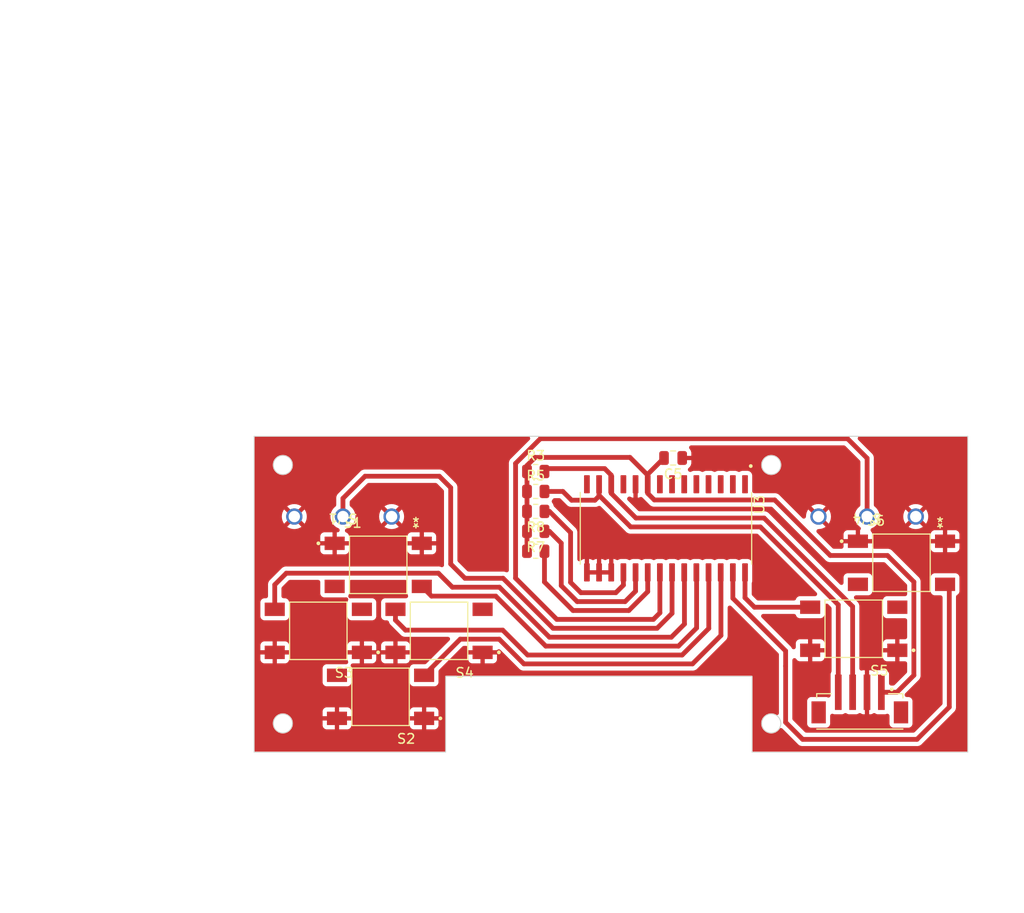
<source format=kicad_pcb>
(kicad_pcb (version 20221018) (generator pcbnew)
  (layers (0 "F.Cu" signal) (31 "B.Cu" signal) (34 "B.Paste" user) (35 "F.Paste" user) (36 "B.SilkS" user "B.Silkscreen") (37 "F.SilkS" user "F.Silkscreen") (38 "B.Mask" user) (39 "F.Mask" user) (44 "Edge.Cuts" user))
  (net 0 "")
  (net 1 "GND")
  (net 2 "VCC")
  (net 3 "/SCK_mcp")
  (net 4 "/SDA_mcp")
  (net 5 "Net-(J4-SHIELD-PadS1)")
  (net 6 "/up")
  (net 7 "/down")
  (net 10 "/left")
  (net 11 "/right")
  (net 12 "/A")
  (net 13 "/B")
  (net 14 "/RL")
  (net 15 "/RR")
  (net 24 "Net-(U3-INTA)")
  (net 25 "Net-(U3-INTB)")
  (net 26 "Net-(U3-~{RESET})")
  (footprint "esp_lib:switch_6" (layer "F.Cu") (at 46.7025 84.328 180)
    (fp_text reference "S3" (at -2.675 -4.385) (layer "F.SilkS"))
    (fp_text value "left")
    (fp_line (start -3 -3) (end -3 3) (stroke (width 0.127)) (layer "F.SilkS"))
    (fp_line (start -3 3) (end 3 3) (stroke (width 0.127)) (layer "F.SilkS"))
    (fp_line (start 3 -3) (end -3 -3) (stroke (width 0.127)) (layer "F.SilkS"))
    (fp_line (start 3 3) (end 3 -3) (stroke (width 0.127)) (layer "F.SilkS"))
    (fp_circle (center -6.25 -2.25) (end -6.15 -2.25) (stroke (width 0.2)) (fill none) (layer "F.SilkS"))
    (pad "1" smd rect (at -4.55 -2.25 180) (size 2.1 1.4) (layers "F.Cu" "F.Paste" "F.Mask") (net 1 "GND"))
    (pad "2" smd rect (at -4.55 2.25 180) (size 2.1 1.4) (layers "F.Cu" "F.Paste" "F.Mask"))
    (pad "3" smd rect (at 4.55 -2.25 180) (size 2.1 1.4) (layers "F.Cu" "F.Paste" "F.Mask") (net 1 "GND"))
    (pad "4" smd rect (at 4.55 2.25 180) (size 2.1 1.4) (layers "F.Cu" "F.Paste" "F.Mask") (net 10 "/left"))
  )
  (footprint "Capacitor_SMD:C_0805_2012Metric" (layer "F.Cu") (at 83.754 66.2686 180)
    (fp_text reference "C5" (at 0 -1.68) (layer "F.SilkS"))
    (fp_text value "C")
    (fp_line (start -0.261252 -0.735) (end 0.261252 -0.735) (stroke (width 0.12)) (layer "F.SilkS"))
    (fp_line (start -0.261252 0.735) (end 0.261252 0.735) (stroke (width 0.12)) (layer "F.SilkS"))
    (pad "1" smd roundrect (at -0.95 0 180) (size 1 1.45) (layers "F.Cu" "F.Paste" "F.Mask") (net 1 "GND"))
    (pad "2" smd roundrect (at 0.95 0 180) (size 1 1.45) (layers "F.Cu" "F.Paste" "F.Mask") (net 2 "VCC"))
  )
  (footprint "Resistor_SMD:R_0805_2012Metric" (layer "F.Cu") (at 69.4074 69.7636)
    (fp_text reference "R5" (at 0 -1.65) (layer "F.SilkS"))
    (fp_text value "R")
    (fp_line (start -0.227064 -0.735) (end 0.227064 -0.735) (stroke (width 0.12)) (layer "F.SilkS"))
    (fp_line (start -0.227064 0.735) (end 0.227064 0.735) (stroke (width 0.12)) (layer "F.SilkS"))
    (pad "1" smd roundrect (at -0.9125 0) (size 1.025 1.4) (layers "F.Cu" "F.Paste" "F.Mask") (roundrect_rratio 0.243902) (net 2 "VCC"))
    (pad "2" smd roundrect (at 0.9125 0) (size 1.025 1.4) (layers "F.Cu" "F.Paste" "F.Mask") (roundrect_rratio 0.243902) (net 4 "/SDA_mcp"))
  )
  (footprint "esp_lib:D2FS-FL-N-A_OMR" (layer "F.Cu") (at 54.356 72.39 180)
    (fp_text reference "SW1" (at 5.08 -0.199898 180 unlocked) (layer "F.SilkS"))
    (fp_text value "D2FS-FL-N-A")
    (fp_text user "*" (at -2.54 -0.635 180) (layer "F.SilkS"))
    (fp_text user "*" (at -2.54 -0.635 180 unlocked) (layer "F.SilkS"))
    (pad "1" thru_hole circle (at 0 0 180) (size 1.7018 1.7018) (drill 1.1938) (layers "*.Cu" "*.Mask") (net 1 "GND"))
    (pad "2" thru_hole circle (at 5.08 0 180) (size 1.7018 1.7018) (drill 1.1938) (layers "*.Cu" "*.Mask") (net 14 "/RL"))
    (pad "3" thru_hole circle (at 10.16 0 180) (size 1.7018 1.7018) (drill 1.1938) (layers "*.Cu" "*.Mask") (net 1 "GND"))
  )
  (footprint "esp_lib:switch_6" (layer "F.Cu") (at 53.2015 91.222 180)
    (fp_text reference "S2" (at -2.675 -4.385) (layer "F.SilkS"))
    (fp_text value "down")
    (fp_line (start -3 -3) (end -3 3) (stroke (width 0.127)) (layer "F.SilkS"))
    (fp_line (start -3 3) (end 3 3) (stroke (width 0.127)) (layer "F.SilkS"))
    (fp_line (start 3 -3) (end -3 -3) (stroke (width 0.127)) (layer "F.SilkS"))
    (fp_line (start 3 3) (end 3 -3) (stroke (width 0.127)) (layer "F.SilkS"))
    (fp_circle (center -6.25 -2.25) (end -6.15 -2.25) (stroke (width 0.2)) (fill none) (layer "F.SilkS"))
    (pad "1" smd rect (at -4.55 -2.25 180) (size 2.1 1.4) (layers "F.Cu" "F.Paste" "F.Mask") (net 1 "GND"))
    (pad "2" smd rect (at -4.55 2.25 180) (size 2.1 1.4) (layers "F.Cu" "F.Paste" "F.Mask") (net 7 "/down"))
    (pad "3" smd rect (at 4.55 -2.25 180) (size 2.1 1.4) (layers "F.Cu" "F.Paste" "F.Mask") (net 1 "GND"))
    (pad "4" smd rect (at 4.55 2.25 180) (size 2.1 1.4) (layers "F.Cu" "F.Paste" "F.Mask"))
  )
  (footprint "Resistor_SMD:R_0805_2012Metric" (layer "F.Cu") (at 69.4074 73.9292 180)
    (fp_text reference "R7" (at 0 -1.65) (layer "F.SilkS"))
    (fp_text value "R")
    (fp_line (start -0.227064 -0.735) (end 0.227064 -0.735) (stroke (width 0.12)) (layer "F.SilkS"))
    (fp_line (start -0.227064 0.735) (end 0.227064 0.735) (stroke (width 0.12)) (layer "F.SilkS"))
    (pad "1" smd roundrect (at -0.9125 0 180) (size 1.025 1.4) (layers "F.Cu" "F.Paste" "F.Mask") (roundrect_rratio 0.243902) (net 25 "Net-(U3-INTB)"))
    (pad "2" smd roundrect (at 0.9125 0 180) (size 1.025 1.4) (layers "F.Cu" "F.Paste" "F.Mask") (roundrect_rratio 0.243902) (net 2 "VCC"))
  )
  (footprint "esp_lib:switch_6" (layer "F.Cu") (at 59.309 84.328 180)
    (fp_text reference "S4" (at -2.675 -4.385) (layer "F.SilkS"))
    (fp_text value "right" hide)
    (fp_line (start -3 -3) (end -3 3) (stroke (width 0.127)) (layer "F.SilkS"))
    (fp_line (start -3 3) (end 3 3) (stroke (width 0.127)) (layer "F.SilkS"))
    (fp_line (start 3 -3) (end -3 -3) (stroke (width 0.127)) (layer "F.SilkS"))
    (fp_line (start 3 3) (end 3 -3) (stroke (width 0.127)) (layer "F.SilkS"))
    (fp_circle (center -6.25 -2.25) (end -6.15 -2.25) (stroke (width 0.2)) (fill none) (layer "F.SilkS"))
    (pad "1" smd rect (at -4.55 -2.25 180) (size 2.1 1.4) (layers "F.Cu" "F.Paste" "F.Mask") (net 1 "GND"))
    (pad "2" smd rect (at -4.55 2.25 180) (size 2.1 1.4) (layers "F.Cu" "F.Paste" "F.Mask"))
    (pad "3" smd rect (at 4.55 -2.25 180) (size 2.1 1.4) (layers "F.Cu" "F.Paste" "F.Mask") (net 1 "GND"))
    (pad "4" smd rect (at 4.55 2.25 180) (size 2.1 1.4) (layers "F.Cu" "F.Paste" "F.Mask") (net 11 "/right"))
  )
  (footprint "esp_lib:switch_6" (layer "F.Cu") (at 102.616 84.11 180)
    (fp_text reference "S5" (at -2.675 -4.385) (layer "F.SilkS"))
    (fp_text value "A" hide)
    (fp_line (start -3 -3) (end -3 3) (stroke (width 0.127)) (layer "F.SilkS"))
    (fp_line (start -3 3) (end 3 3) (stroke (width 0.127)) (layer "F.SilkS"))
    (fp_line (start 3 -3) (end -3 -3) (stroke (width 0.127)) (layer "F.SilkS"))
    (fp_line (start 3 3) (end 3 -3) (stroke (width 0.127)) (layer "F.SilkS"))
    (fp_circle (center -6.25 -2.25) (end -6.15 -2.25) (stroke (width 0.2)) (fill none) (layer "F.SilkS"))
    (pad "1" smd rect (at -4.55 -2.25 180) (size 2.1 1.4) (layers "F.Cu" "F.Paste" "F.Mask") (net 1 "GND"))
    (pad "2" smd rect (at -4.55 2.25 180) (size 2.1 1.4) (layers "F.Cu" "F.Paste" "F.Mask"))
    (pad "3" smd rect (at 4.55 -2.25 180) (size 2.1 1.4) (layers "F.Cu" "F.Paste" "F.Mask") (net 1 "GND"))
    (pad "4" smd rect (at 4.55 2.25 180) (size 2.1 1.4) (layers "F.Cu" "F.Paste" "F.Mask") (net 12 "/A"))
  )
  (footprint "esp_lib:switch_6" (layer "F.Cu") (at 107.6025 77.216)
    (fp_text reference "S6" (at -2.675 -4.385) (layer "F.SilkS"))
    (fp_text value "B")
    (fp_line (start -3 -3) (end -3 3) (stroke (width 0.127)) (layer "F.SilkS"))
    (fp_line (start -3 3) (end 3 3) (stroke (width 0.127)) (layer "F.SilkS"))
    (fp_line (start 3 -3) (end -3 -3) (stroke (width 0.127)) (layer "F.SilkS"))
    (fp_line (start 3 3) (end 3 -3) (stroke (width 0.127)) (layer "F.SilkS"))
    (fp_circle (center -6.25 -2.25) (end -6.15 -2.25) (stroke (width 0.2)) (fill none) (layer "F.SilkS"))
    (pad "1" smd rect (at -4.55 -2.25) (size 2.1 1.4) (layers "F.Cu" "F.Paste" "F.Mask") (net 1 "GND"))
    (pad "2" smd rect (at -4.55 2.25) (size 2.1 1.4) (layers "F.Cu" "F.Paste" "F.Mask"))
    (pad "3" smd rect (at 4.55 -2.25) (size 2.1 1.4) (layers "F.Cu" "F.Paste" "F.Mask") (net 1 "GND"))
    (pad "4" smd rect (at 4.55 2.25) (size 2.1 1.4) (layers "F.Cu" "F.Paste" "F.Mask") (net 13 "/B"))
  )
  (footprint "esp_lib:D2FS-FL-N-A_OMR" (layer "F.Cu") (at 109.093 72.39 180)
    (fp_text reference "SW4" (at 5.08 -0.199898 180 unlocked) (layer "F.SilkS"))
    (fp_text value "D2FS-FL-N-A")
    (fp_text user "*" (at -2.54 -0.635 180 unlocked) (layer "F.SilkS"))
    (fp_text user "*" (at -2.54 -0.635 180) (layer "F.SilkS"))
    (pad "1" thru_hole circle (at 0 0 180) (size 1.7018 1.7018) (drill 1.1938) (layers "*.Cu" "*.Mask") (net 1 "GND"))
    (pad "2" thru_hole circle (at 5.08 0 180) (size 1.7018 1.7018) (drill 1.1938) (layers "*.Cu" "*.Mask") (net 15 "/RR"))
    (pad "3" thru_hole circle (at 10.16 0 180) (size 1.7018 1.7018) (drill 1.1938) (layers "*.Cu" "*.Mask") (net 1 "GND"))
  )
  (footprint "Resistor_SMD:R_0805_2012Metric" (layer "F.Cu") (at 69.4074 67.6808)
    (fp_text reference "R3" (at 0 -1.65) (layer "F.SilkS"))
    (fp_text value "R")
    (fp_line (start -0.227064 -0.735) (end 0.227064 -0.735) (stroke (width 0.12)) (layer "F.SilkS"))
    (fp_line (start -0.227064 0.735) (end 0.227064 0.735) (stroke (width 0.12)) (layer "F.SilkS"))
    (pad "1" smd roundrect (at -0.9125 0) (size 1.025 1.4) (layers "F.Cu" "F.Paste" "F.Mask") (roundrect_rratio 0.243902) (net 2 "VCC"))
    (pad "2" smd roundrect (at 0.9125 0) (size 1.025 1.4) (layers "F.Cu" "F.Paste" "F.Mask") (roundrect_rratio 0.243902) (net 3 "/SCK_mcp"))
  )
  (footprint "Resistor_SMD:R_0805_2012Metric" (layer "F.Cu") (at 69.4074 71.8464 180)
    (fp_text reference "R8" (at 0 -1.65) (layer "F.SilkS"))
    (fp_text value "R")
    (fp_line (start -0.227064 -0.735) (end 0.227064 -0.735) (stroke (width 0.12)) (layer "F.SilkS"))
    (fp_line (start -0.227064 0.735) (end 0.227064 0.735) (stroke (width 0.12)) (layer "F.SilkS"))
    (pad "1" smd roundrect (at -0.9125 0 180) (size 1.025 1.4) (layers "F.Cu" "F.Paste" "F.Mask") (roundrect_rratio 0.243902) (net 26 "Net-(U3-~{RESET})"))
    (pad "2" smd roundrect (at 0.9125 0 180) (size 1.025 1.4) (layers "F.Cu" "F.Paste" "F.Mask") (roundrect_rratio 0.243902) (net 2 "VCC"))
  )
  (footprint "esp_lib:switch_6" (layer "F.Cu") (at 52.959 77.434)
    (fp_text reference "S1" (at -2.675 -4.385) (layer "F.SilkS"))
    (fp_text value "up")
    (fp_line (start -3 -3) (end -3 3) (stroke (width 0.127)) (layer "F.SilkS"))
    (fp_line (start -3 3) (end 3 3) (stroke (width 0.127)) (layer "F.SilkS"))
    (fp_line (start 3 -3) (end -3 -3) (stroke (width 0.127)) (layer "F.SilkS"))
    (fp_line (start 3 3) (end 3 -3) (stroke (width 0.127)) (layer "F.SilkS"))
    (fp_circle (center -6.25 -2.25) (end -6.15 -2.25) (stroke (width 0.2)) (fill none) (layer "F.SilkS"))
    (pad "1" smd rect (at -4.55 -2.25) (size 2.1 1.4) (layers "F.Cu" "F.Paste" "F.Mask") (net 1 "GND"))
    (pad "2" smd rect (at -4.55 2.25) (size 2.1 1.4) (layers "F.Cu" "F.Paste" "F.Mask"))
    (pad "3" smd rect (at 4.55 -2.25) (size 2.1 1.4) (layers "F.Cu" "F.Paste" "F.Mask") (net 1 "GND"))
    (pad "4" smd rect (at 4.55 2.25) (size 2.1 1.4) (layers "F.Cu" "F.Paste" "F.Mask") (net 6 "/up"))
  )
  (footprint "esp_lib:MCP23017" (layer "F.Cu") (at 83.0072 73.6168 -90)
    (fp_text reference "U3" (at -2.475 -9.762 90) (layer "F.SilkS"))
    (fp_text value "MCP23017-E_SO")
    (fp_line (start -3.75 -8.95) (end 3.75 -8.95) (stroke (width 0.127)) (layer "F.SilkS"))
    (fp_line (start -3.75 8.95) (end 3.75 8.95) (stroke (width 0.127)) (layer "F.SilkS"))
    (fp_circle (center -6.505 -8.855) (end -6.405 -8.855) (stroke (width 0.2)) (fill none) (layer "F.SilkS"))
    (pad "1" smd roundrect (at -4.605 -8.255 270) (size 1.9 0.6) (layers "F.Cu" "F.Paste" "F.Mask") (roundrect_rratio 0.125))
    (pad "2" smd roundrect (at -4.605 -6.985 270) (size 1.9 0.6) (layers "F.Cu" "F.Paste" "F.Mask") (roundrect_rratio 0.125))
    (pad "3" smd roundrect (at -4.605 -5.715 270) (size 1.9 0.6) (layers "F.Cu" "F.Paste" "F.Mask") (roundrect_rratio 0.125))
    (pad "4" smd roundrect (at -4.605 -4.445 270) (size 1.9 0.6) (layers "F.Cu" "F.Paste" "F.Mask") (roundrect_rratio 0.125))
    (pad "5" smd roundrect (at -4.605 -3.175 270) (size 1.9 0.6) (layers "F.Cu" "F.Paste" "F.Mask") (roundrect_rratio 0.125))
    (pad "6" smd roundrect (at -4.605 -1.905 270) (size 1.9 0.6) (layers "F.Cu" "F.Paste" "F.Mask") (roundrect_rratio 0.125))
    (pad "7" smd roundrect (at -4.605 -0.635 270) (size 1.9 0.6) (layers "F.Cu" "F.Paste" "F.Mask") (roundrect_rratio 0.125))
    (pad "8" smd roundrect (at -4.605 0.635 270) (size 1.9 0.6) (layers "F.Cu" "F.Paste" "F.Mask") (roundrect_rratio 0.125))
    (pad "9" smd roundrect (at -4.605 1.905 270) (size 1.9 0.6) (layers "F.Cu" "F.Paste" "F.Mask") (roundrect_rratio 0.125) (net 2 "VCC"))
    (pad "10" smd roundrect (at -4.605 3.175 270) (size 1.9 0.6) (layers "F.Cu" "F.Paste" "F.Mask") (roundrect_rratio 0.125) (net 1 "GND"))
    (pad "11" smd roundrect (at -4.605 4.445 270) (size 1.9 0.6) (layers "F.Cu" "F.Paste" "F.Mask") (roundrect_rratio 0.125))
    (pad "12" smd roundrect (at -4.605 5.715 270) (size 1.9 0.6) (layers "F.Cu" "F.Paste" "F.Mask") (roundrect_rratio 0.125) (net 3 "/SCK_mcp"))
    (pad "13" smd roundrect (at -4.605 6.985 270) (size 1.9 0.6) (layers "F.Cu" "F.Paste" "F.Mask") (roundrect_rratio 0.125) (net 4 "/SDA_mcp"))
    (pad "14" smd roundrect (at -4.605 8.255 270) (size 1.9 0.6) (layers "F.Cu" "F.Paste" "F.Mask") (roundrect_rratio 0.125))
    (pad "15" smd roundrect (at 4.605 8.255 270) (size 1.9 0.6) (layers "F.Cu" "F.Paste" "F.Mask") (roundrect_rratio 0.125) (net 1 "GND"))
    (pad "16" smd roundrect (at 4.605 6.985 270) (size 1.9 0.6) (layers "F.Cu" "F.Paste" "F.Mask") (roundrect_rratio 0.125) (net 1 "GND"))
    (pad "17" smd roundrect (at 4.605 5.715 270) (size 1.9 0.6) (layers "F.Cu" "F.Paste" "F.Mask") (roundrect_rratio 0.125) (net 1 "GND"))
    (pad "18" smd roundrect (at 4.605 4.445 270) (size 1.9 0.6) (layers "F.Cu" "F.Paste" "F.Mask") (roundrect_rratio 0.125) (net 26 "Net-(U3-~{RESET})"))
    (pad "19" smd roundrect (at 4.605 3.175 270) (size 1.9 0.6) (layers "F.Cu" "F.Paste" "F.Mask") (roundrect_rratio 0.125) (net 25 "Net-(U3-INTB)"))
    (pad "20" smd roundrect (at 4.605 1.905 270) (size 1.9 0.6) (layers "F.Cu" "F.Paste" "F.Mask") (roundrect_rratio 0.125) (net 24 "Net-(U3-INTA)"))
    (pad "21" smd roundrect (at 4.605 0.635 270) (size 1.9 0.6) (layers "F.Cu" "F.Paste" "F.Mask") (roundrect_rratio 0.125) (net 15 "/RR"))
    (pad "22" smd roundrect (at 4.605 -0.635 270) (size 1.9 0.6) (layers "F.Cu" "F.Paste" "F.Mask") (roundrect_rratio 0.125) (net 14 "/RL"))
    (pad "23" smd roundrect (at 4.605 -1.905 270) (size 1.9 0.6) (layers "F.Cu" "F.Paste" "F.Mask") (roundrect_rratio 0.125) (net 10 "/left"))
    (pad "24" smd roundrect (at 4.605 -3.175 270) (size 1.9 0.6) (layers "F.Cu" "F.Paste" "F.Mask") (roundrect_rratio 0.125) (net 6 "/up"))
    (pad "25" smd roundrect (at 4.605 -4.445 270) (size 1.9 0.6) (layers "F.Cu" "F.Paste" "F.Mask") (roundrect_rratio 0.125) (net 11 "/right"))
    (pad "26" smd roundrect (at 4.605 -5.715 270) (size 1.9 0.6) (layers "F.Cu" "F.Paste" "F.Mask") (roundrect_rratio 0.125) (net 7 "/down"))
    (pad "27" smd roundrect (at 4.605 -6.985 270) (size 1.9 0.6) (layers "F.Cu" "F.Paste" "F.Mask") (roundrect_rratio 0.125) (net 13 "/B"))
    (pad "28" smd roundrect (at 4.605 -8.255 270) (size 1.9 0.6) (layers "F.Cu" "F.Paste" "F.Mask") (roundrect_rratio 0.125) (net 12 "/A"))
  )
  (footprint "esp_lib:JST_B4B-ZR-SM4-TFT_LF__SN_" (layer "F.Cu") (at 103.251 92.746 180)
    (fp_text reference "J4" hide)
    (fp_text value "B4B-ZR-SM4-TFT_LF__SN_" hide)
    (fp_line (start -4.5 -1.85) (end 4.5 -1.85) (stroke (width 0.127)) (layer "F.SilkS"))
    (fp_line (start -4.5 1.4) (end -4.5 1.85) (stroke (width 0.127)) (layer "F.SilkS"))
    (fp_line (start -4.5 1.85) (end -3 1.85) (stroke (width 0.127)) (layer "F.SilkS"))
    (fp_line (start 4.5 1.4) (end 4.5 1.85) (stroke (width 0.127)) (layer "F.SilkS"))
    (fp_line (start 4.5 1.85) (end 3 1.85) (stroke (width 0.127)) (layer "F.SilkS"))
    (fp_circle (center -3.331 2.3) (end -3.231 2.3) (stroke (width 0.2)) (fill none) (layer "F.SilkS"))
    (pad "1" smd rect (at -2.25 2) (size 0.7 3.7) (layers "F.Cu" "F.Paste" "F.Mask") (net 2 "VCC"))
    (pad "2" smd rect (at -0.75 2) (size 0.7 3.7) (layers "F.Cu" "F.Paste" "F.Mask") (net 1 "GND"))
    (pad "3" smd rect (at 0.75 2) (size 0.7 3.7) (layers "F.Cu" "F.Paste" "F.Mask") (net 3 "/SCK_mcp"))
    (pad "4" smd rect (at 2.25 2) (size 0.7 3.7) (layers "F.Cu" "F.Paste" "F.Mask") (net 4 "/SDA_mcp"))
    (pad "S1" smd rect (at 4.3 -0.1) (size 1.5 2.3) (layers "F.Cu" "F.Paste" "F.Mask") (net 5 "Net-(J4-SHIELD-PadS1)"))
    (pad "S2" smd rect (at -4.3 -0.1) (size 1.5 2.3) (layers "F.Cu" "F.Paste" "F.Mask") (net 5 "Net-(J4-SHIELD-PadS1)"))
  )
  (footprint "Resistor_SMD:R_0805_2012Metric" (layer "F.Cu") (at 69.4074 76.012 180)
    (fp_text reference "R6" hide)
    (fp_text value "R")
    (fp_line (start -0.227064 -0.735) (end 0.227064 -0.735) (stroke (width 0.12)) (layer "F.SilkS"))
    (fp_line (start -0.227064 0.735) (end 0.227064 0.735) (stroke (width 0.12)) (layer "F.SilkS"))
    (pad "1" smd roundrect (at -0.9125 0 180) (size 1.025 1.4) (layers "F.Cu" "F.Paste" "F.Mask") (roundrect_rratio 0.243902) (net 24 "Net-(U3-INTA)"))
    (pad "2" smd roundrect (at 0.9125 0 180) (size 1.025 1.4) (layers "F.Cu" "F.Paste" "F.Mask") (roundrect_rratio 0.243902) (net 2 "VCC"))
  )
  (gr_circle (center 94 67) (end 95 67) (stroke (width 0.1)) (fill none) (layer "Edge.Cuts"))
  (gr_circle (center 43 67) (end 44 67) (stroke (width 0.1)) (fill none) (layer "Edge.Cuts"))
  (gr_circle (center 94 94) (end 95 94) (stroke (width 0.1)) (fill none) (layer "Edge.Cuts"))
  (gr_circle (center 43 94) (end 44 94) (stroke (width 0.1)) (fill none) (layer "Edge.Cuts"))
  (gr_poly (pts (xy 114.526 64) (xy 114.526 97) (xy 92 97) (xy 92 89.0668) (xy 60 89.0668) (xy 60 97) (xy 40 97) (xy 40 64)) (stroke (width 0.1)) (fill none) (layer "Edge.Cuts"))
  (segment (start 68.4949 73.9292) (end 68.4949 76.012) (width 0.5) (layer "F.Cu") (net 2))
  (segment (start 81.1022 69.0118) (end 81.1022 68.061801) (width 0.5) (layer "F.Cu") (net 2))
  (segment (start 79.247999 66.2076) (end 69.342 66.2076) (width 0.5) (layer "F.Cu") (net 2))
  (segment (start 68.4949 67.0547) (end 68.4949 67.6808) (width 0.5) (layer "F.Cu") (net 2))
  (segment (start 68.4949 69.7636) (end 68.4949 71.8464) (width 0.5) (layer "F.Cu") (net 2))
  (segment (start 81.1022 68.061801) (end 79.247999 66.2076) (width 0.5) (layer "F.Cu") (net 2))
  (segment (start 108.896 88.97) (end 108.896 79.214) (width 0.5) (layer "F.Cu") (net 2))
  (segment (start 94.3656 70.6526) (end 81.793001 70.6526) (width 0.5) (layer "F.Cu") (net 2))
  (segment (start 106.136 76.454) (end 100.167 76.454) (width 0.5) (layer "F.Cu") (net 2))
  (segment (start 81.1022 69.961799) (end 81.1022 69.0118) (width 0.5) (layer "F.Cu") (net 2))
  (segment (start 81.793001 70.6526) (end 81.1022 69.961799) (width 0.5) (layer "F.Cu") (net 2))
  (segment (start 100.167 76.454) (end 94.3656 70.6526) (width 0.5) (layer "F.Cu") (net 2))
  (segment (start 82.804 66.2686) (end 81.1022 67.9704) (width 0.5) (layer "F.Cu") (net 2))
  (segment (start 108.896 79.214) (end 106.136 76.454) (width 0.5) (layer "F.Cu") (net 2))
  (segment (start 68.4949 67.6808) (end 68.4949 69.7636) (width 0.5) (layer "F.Cu") (net 2))
  (segment (start 107.12 90.746) (end 108.896 88.97) (width 0.5) (layer "F.Cu") (net 2))
  (segment (start 81.1022 67.9704) (end 81.1022 69.0118) (width 0.5) (layer "F.Cu") (net 2))
  (segment (start 105.501 90.746) (end 107.12 90.746) (width 0.5) (layer "F.Cu") (net 2))
  (segment (start 68.4949 71.8464) (end 68.4949 73.9292) (width 0.5) (layer "F.Cu") (net 2))
  (segment (start 69.342 66.2076) (end 68.4949 67.0547) (width 0.5) (layer "F.Cu") (net 2))
  (segment (start 76.606399 67.376) (end 70.6247 67.376) (width 0.5) (layer "F.Cu") (net 3))
  (segment (start 102.501 81.790782) (end 102.501 90.746) (width 0.5) (layer "F.Cu") (net 3))
  (segment (start 70.6247 67.376) (end 70.3199 67.6808) (width 0.5) (layer "F.Cu") (net 3))
  (segment (start 77.2922 69.0118) (end 77.2922 68.061801) (width 0.5) (layer "F.Cu") (net 3))
  (segment (start 77.2922 69.961799) (end 79.872401 72.542) (width 0.5) (layer "F.Cu") (net 3))
  (segment (start 77.2922 68.061801) (end 76.606399 67.376) (width 0.5) (layer "F.Cu") (net 3))
  (segment (start 77.2922 69.0118) (end 77.2922 69.961799) (width 0.5) (layer "F.Cu") (net 3))
  (segment (start 93.252218 72.542) (end 102.501 81.790782) (width 0.5) (layer "F.Cu") (net 3))
  (segment (start 79.872401 72.542) (end 93.252218 72.542) (width 0.5) (layer "F.Cu") (net 3))
  (segment (start 76.0222 70.2462) (end 76.0222 69.0118) (width 0.5) (layer "F.Cu") (net 4))
  (segment (start 72.2376 69.7636) (end 73.152 70.678) (width 0.5) (layer "F.Cu") (net 4))
  (segment (start 75.5904 70.678) (end 76.0222 70.2462) (width 0.5) (layer "F.Cu") (net 4))
  (segment (start 70.3199 69.7636) (end 72.2376 69.7636) (width 0.5) (layer "F.Cu") (net 4))
  (segment (start 92.867 73.472) (end 101.001 81.606) (width 0.5) (layer "F.Cu") (net 4))
  (segment (start 76.0222 69.0118) (end 76.0222 70.17) (width 0.5) (layer "F.Cu") (net 4))
  (segment (start 79.3242 73.472) (end 92.867 73.472) (width 0.5) (layer "F.Cu") (net 4))
  (segment (start 73.152 70.678) (end 75.5904 70.678) (width 0.5) (layer "F.Cu") (net 4))
  (segment (start 101.001 81.606) (end 101.001 90.746) (width 0.5) (layer "F.Cu") (net 4))
  (segment (start 76.0222 70.17) (end 79.3242 73.472) (width 0.5) (layer "F.Cu") (net 4))
  (segment (start 70.4538 85.9224) (end 65.2294 80.698) (width 0.5) (layer "F.Cu") (net 6))
  (segment (start 65.2294 80.698) (end 58.523 80.698) (width 0.5) (layer "F.Cu") (net 6))
  (segment (start 58.523 80.698) (end 57.509 79.684) (width 0.5) (layer "F.Cu") (net 6))
  (segment (start 86.2076 78.9432) (end 86.2076 84.028782) (width 0.5) (layer "F.Cu") (net 6))
  (segment (start 84.313982 85.9224) (end 70.4538 85.9224) (width 0.5) (layer "F.Cu") (net 6))
  (segment (start 86.2076 84.028782) (end 84.313982 85.9224) (width 0.5) (layer "F.Cu") (net 6))
  (segment (start 88.7476 84.8106) (end 88.7476 78.9432) (width 0.5) (layer "F.Cu") (net 7))
  (segment (start 65.589 85.198) (end 68.1734 87.7824) (width 0.5) (layer "F.Cu") (net 7))
  (segment (start 57.7515 88.972) (end 61.5255 85.198) (width 0.5) (layer "F.Cu") (net 7))
  (segment (start 61.5255 85.198) (end 65.589 85.198) (width 0.5) (layer "F.Cu") (net 7))
  (segment (start 68.1734 87.7824) (end 85.7758 87.7824) (width 0.5) (layer "F.Cu") (net 7))
  (segment (start 85.7758 87.7824) (end 88.7476 84.8106) (width 0.5) (layer "F.Cu") (net 7))
  (segment (start 60.703 79.768) (end 59.239 78.304) (width 0.5) (layer "F.Cu") (net 10))
  (segment (start 65.614618 79.768) (end 60.703 79.768) (width 0.5) (layer "F.Cu") (net 10))
  (segment (start 43.362 78.304) (end 42.1525 79.5135) (width 0.5) (layer "F.Cu") (net 10))
  (segment (start 59.239 78.304) (end 43.362 78.304) (width 0.5) (layer "F.Cu") (net 10))
  (segment (start 84.9376 83.6208) (end 83.566 84.9924) (width 0.5) (layer "F.Cu") (net 10))
  (segment (start 83.566 84.9924) (end 70.839018 84.9924) (width 0.5) (layer "F.Cu") (net 10))
  (segment (start 84.9376 78.9432) (end 84.9376 83.6208) (width 0.5) (layer "F.Cu") (net 10))
  (segment (start 70.839018 84.9924) (end 65.614618 79.768) (width 0.5) (layer "F.Cu") (net 10))
  (segment (start 42.1525 79.5135) (end 42.1525 82.078) (width 0.5) (layer "F.Cu") (net 10))
  (segment (start 68.558618 86.8524) (end 65.958018 84.2518) (width 0.5) (layer "F.Cu") (net 11))
  (segment (start 87.4776 78.9432) (end 87.4776 84.074) (width 0.5) (layer "F.Cu") (net 11))
  (segment (start 55.8038 84.2518) (end 54.759 83.207) (width 0.5) (layer "F.Cu") (net 11))
  (segment (start 84.6992 86.8524) (end 68.558618 86.8524) (width 0.5) (layer "F.Cu") (net 11))
  (segment (start 87.4776 84.074) (end 84.6992 86.8524) (width 0.5) (layer "F.Cu") (net 11))
  (segment (start 65.958018 84.2518) (end 55.8038 84.2518) (width 0.5) (layer "F.Cu") (net 11))
  (segment (start 54.759 83.207) (end 54.759 82.078) (width 0.5) (layer "F.Cu") (net 11))
  (segment (start 92.2486 81.86) (end 98.066 81.86) (width 0.5) (layer "F.Cu") (net 12))
  (segment (start 91.2622 80.8736) (end 92.2486 81.86) (width 0.5) (layer "F.Cu") (net 12))
  (segment (start 91.2622 78.2218) (end 91.2622 80.8736) (width 0.5) (layer "F.Cu") (net 12))
  (segment (start 89.9922 80.918818) (end 95.504 86.430618) (width 0.5) (layer "F.Cu") (net 13))
  (segment (start 89.9922 78.2218) (end 89.9922 80.918818) (width 0.5) (layer "F.Cu") (net 13))
  (segment (start 112.5935 79.375) (end 112.5935 92.2935) (width 0.5) (layer "F.Cu") (net 13))
  (segment (start 97.282 95.667) (end 95.504 93.889) (width 0.5) (layer "F.Cu") (net 13))
  (segment (start 95.504 86.430618) (end 95.504 88.011) (width 0.5) (layer "F.Cu") (net 13))
  (segment (start 109.22 95.667) (end 97.282 95.667) (width 0.5) (layer "F.Cu") (net 13))
  (segment (start 95.504 93.889) (end 95.504 88.011) (width 0.5) (layer "F.Cu") (net 13))
  (segment (start 112.5935 92.2935) (end 109.22 95.667) (width 0.5) (layer "F.Cu") (net 13))
  (segment (start 62.0232 78.838) (end 60.5282 77.343) (width 0.5) (layer "F.Cu") (net 14))
  (segment (start 82.077237 84.0624) (end 71.224236 84.0624) (width 0.5) (layer "F.Cu") (net 14))
  (segment (start 59.3344 68.1736) (end 51.5874 68.1736) (width 0.5) (layer "F.Cu") (net 14))
  (segment (start 65.999836 78.838) (end 62.0232 78.838) (width 0.5) (layer "F.Cu") (net 14))
  (segment (start 51.5874 68.1736) (end 49.276 70.485) (width 0.5) (layer "F.Cu") (net 14))
  (segment (start 71.224236 84.0624) (end 65.999836 78.838) (width 0.5) (layer "F.Cu") (net 14))
  (segment (start 83.6422 82.497437) (end 82.077237 84.0624) (width 0.5) (layer "F.Cu") (net 14))
  (segment (start 60.5282 69.3674) (end 59.3344 68.1736) (width 0.5) (layer "F.Cu") (net 14))
  (segment (start 60.5282 77.343) (end 60.5282 69.3674) (width 0.5) (layer "F.Cu") (net 14))
  (segment (start 49.276 70.485) (end 49.276 72.39) (width 0.5) (layer "F.Cu") (net 14))
  (segment (start 83.6422 78.2218) (end 83.6422 82.497437) (width 0.5) (layer "F.Cu") (net 14))
  (segment (start 104.013 72.39) (end 104.013 66.294) (width 0.5) (layer "F.Cu") (net 15))
  (segment (start 67.3024 66.838654) (end 67.3024 78.825346) (width 0.5) (layer "F.Cu") (net 15))
  (segment (start 101.969 64.25) (end 69.891054 64.25) (width 0.5) (layer "F.Cu") (net 15))
  (segment (start 82.3722 82.452219) (end 82.3722 78.2218) (width 0.5) (layer "F.Cu") (net 15))
  (segment (start 69.891054 64.25) (end 67.3024 66.838654) (width 0.5) (layer "F.Cu") (net 15))
  (segment (start 67.3024 78.825346) (end 71.609454 83.1324) (width 0.5) (layer "F.Cu") (net 15))
  (segment (start 104.013 66.294) (end 101.969 64.25) (width 0.5) (layer "F.Cu") (net 15))
  (segment (start 81.692019 83.1324) (end 82.3722 82.452219) (width 0.5) (layer "F.Cu") (net 15))
  (segment (start 71.609454 83.1324) (end 81.692019 83.1324) (width 0.5) (layer "F.Cu") (net 15))
  (segment (start 70.3199 76.012) (end 70.3199 79.2251) (width 0.5) (layer "F.Cu") (net 24))
  (segment (start 73.2972 82.2024) (end 79.1282 82.2024) (width 0.5) (layer "F.Cu") (net 24))
  (segment (start 70.3199 79.2251) (end 73.2972 82.2024) (width 0.5) (layer "F.Cu") (net 24))
  (segment (start 79.1282 82.2024) (end 81.1022 80.2284) (width 0.5) (layer "F.Cu") (net 24))
  (segment (start 81.1022 80.2284) (end 81.1022 78.2218) (width 0.5) (layer "F.Cu") (net 24))
  (segment (start 72.0725 75.1693) (end 72.0725 79.6061) (width 0.5) (layer "F.Cu") (net 25))
  (segment (start 70.3199 73.9292) (end 70.8324 73.9292) (width 0.5) (layer "F.Cu") (net 25))
  (segment (start 70.8324 73.9292) (end 72.0725 75.1693) (width 0.5) (layer "F.Cu") (net 25))
  (segment (start 73.7388 81.2724) (end 78.742982 81.2724) (width 0.5) (layer "F.Cu") (net 25))
  (segment (start 78.742982 81.2724) (end 79.8322 80.183182) (width 0.5) (layer "F.Cu") (net 25))
  (segment (start 79.8322 80.183182) (end 79.8322 78.2218) (width 0.5) (layer "F.Cu") (net 25))
  (segment (start 72.0725 79.6061) (end 73.7388 81.2724) (width 0.5) (layer "F.Cu") (net 25))
  (segment (start 78.5622 78.2218) (end 78.5622 79.5528) (width 0.5) (layer "F.Cu") (net 26))
  (segment (start 77.7726 80.3424) (end 74.124018 80.3424) (width 0.5) (layer "F.Cu") (net 26))
  (segment (start 73.047609 74.061609) (end 70.8324 71.8464) (width 0.5) (layer "F.Cu") (net 26))
  (segment (start 78.5622 79.5528) (end 77.7726 80.3424) (width 0.5) (layer "F.Cu") (net 26))
  (segment (start 70.8324 71.8464) (end 70.3199 71.8464) (width 0.5) (layer "F.Cu") (net 26))
  (segment (start 74.124018 80.3424) (end 73.047609 79.265991) (width 0.5) (layer "F.Cu") (net 26))
  (segment (start 73.047609 79.265991) (end 73.047609 74.061609) (width 0.5) (layer "F.Cu") (net 26))
  (zone locked (net 1) (net_name "GND") (layer "F.Cu") (connect_pads (clearance 0.45)) (min_thickness 0.45) (fill yes (thermal_gap 0.45) (thermal_bridge_width 0.45))
    (polygon (pts (xy 13.589 18.542) (xy 120.396 18.415) (xy 120.396 113.665) (xy 13.462 113.792)))
  )
)
</source>
